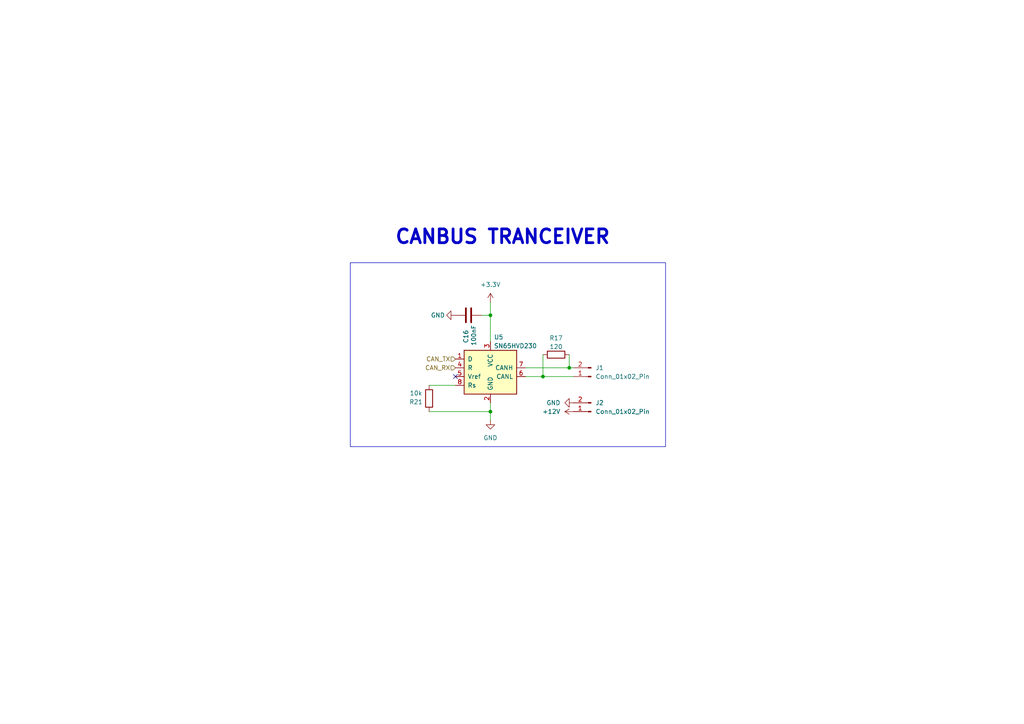
<source format=kicad_sch>
(kicad_sch (version 20231120) (generator "eeschema") (generator_version "8.0")
  (paper "A4")
  (lib_symbols
    (symbol "Connector:Conn_01x02_Pin" (pin_names (offset 1.016) hide)
      (property "Reference" "J" (at 0 2.54 0))
      (property "Value" "Conn_01x02_Pin" (at 0 -5.08 0))
      (symbol "Conn_01x02_Pin_1_1"
        (polyline (pts (xy 1.27 -2.54) (xy 0.8636 -2.54)) (stroke (width 0.1524)))
        (polyline (pts (xy 1.27 0) (xy 0.8636 0)) (stroke (width 0.1524)))
        (rectangle (start 0.8636 -2.413) (end 0 -2.667) (stroke (width 0.1524)) (fill (type outline)))
        (rectangle (start 0.8636 0.127) (end 0 -0.127) (stroke (width 0.1524)) (fill (type outline)))
        (pin passive line (at 5.08 0 180) (length 3.81) (name "Pin_1") (number "1"))
        (pin passive line (at 5.08 -2.54 180) (length 3.81) (name "Pin_2") (number "2"))
      )
    )
    (symbol "Device:C" (pin_numbers hide) (pin_names (offset 0.254))
      (property "Reference" "C" (at 0.635 2.54 0))
      (property "Value" "C" (at 0.635 -2.54 0))
      (symbol "C_0_1"
        (polyline (pts (xy -2.032 -0.762) (xy 2.032 -0.762)) (stroke (width 0.508)))
        (polyline (pts (xy -2.032 0.762) (xy 2.032 0.762)) (stroke (width 0.508)))
      )
      (symbol "C_1_1"
        (pin passive line (at 0 3.81 270) (length 2.794) (name "~") (number "1"))
        (pin passive line (at 0 -3.81 90) (length 2.794) (name "~") (number "2"))
      )
    )
    (symbol "Device:R" (pin_numbers hide) (pin_names (offset 0))
      (property "Reference" "R" (at 2.032 0 90))
      (property "Value" "R" (at 0 0 90))
      (symbol "R_0_1"
        (rectangle (start -1.016 -2.54) (end 1.016 2.54) (stroke (width 0.254)))
      )
      (symbol "R_1_1"
        (pin passive line (at 0 3.81 270) (length 1.27) (name "~") (number "1"))
        (pin passive line (at 0 -3.81 90) (length 1.27) (name "~") (number "2"))
      )
    )
    (symbol "Interface_CAN_LIN:SN65HVD230" (pin_names (offset 1.016))
      (property "Reference" "U" (at -2.54 10.16 0))
      (property "Value" "SN65HVD230" (at -2.54 7.62 0))
      (symbol "SN65HVD230_0_1"
        (rectangle (start -7.62 5.08) (end 7.62 -7.62) (stroke (width 0.254)) (fill (type background)))
      )
      (symbol "SN65HVD230_1_1"
        (pin input line (at -10.16 2.54 0) (length 2.54) (name "D") (number "1"))
        (pin power_in line (at 0 -10.16 90) (length 2.54) (name "GND") (number "2"))
        (pin power_in line (at 0 7.62 270) (length 2.54) (name "VCC") (number "3"))
        (pin output line (at -10.16 0 0) (length 2.54) (name "R") (number "4"))
        (pin output line (at -10.16 -2.54 0) (length 2.54) (name "Vref") (number "5"))
        (pin bidirectional line (at 10.16 -2.54 180) (length 2.54) (name "CANL") (number "6"))
        (pin bidirectional line (at 10.16 0 180) (length 2.54) (name "CANH") (number "7"))
        (pin input line (at -10.16 -5.08 0) (length 2.54) (name "Rs") (number "8"))
      )
    )
    (symbol "power:+12V" (power) (pin_numbers hide) (pin_names (offset 0) hide)
      (property "Value" "+12V" (at 0 3.556 0))
      (symbol "+12V_0_1"
        (polyline (pts (xy -0.762 1.27) (xy 0 2.54)))
        (polyline (pts (xy 0 0) (xy 0 2.54)))
        (polyline (pts (xy 0 2.54) (xy 0.762 1.27)))
      )
      (symbol "+12V_1_1"
        (pin power_in line (at 0 0 90) (length 0) (name "~") (number "1"))
      )
    )
    (symbol "power:+3.3V" (power) (pin_numbers hide) (pin_names (offset 0) hide)
      (property "Value" "+3.3V" (at 0 3.556 0))
      (symbol "+3.3V_0_1"
        (polyline (pts (xy -0.762 1.27) (xy 0 2.54)))
        (polyline (pts (xy 0 0) (xy 0 2.54)))
        (polyline (pts (xy 0 2.54) (xy 0.762 1.27)))
      )
      (symbol "+3.3V_1_1"
        (pin power_in line (at 0 0 90) (length 0) (name "~") (number "1"))
      )
    )
    (symbol "power:GND" (power) (pin_numbers hide) (pin_names (offset 0) hide)
      (property "Value" "GND" (at 0 -3.81 0))
      (symbol "GND_0_1"
        (polyline (pts (xy 0 0) (xy 0 -1.27) (xy 1.27 -1.27) (xy 0 -2.54) (xy -1.27 -1.27) (xy 0 -1.27)))
      )
      (symbol "GND_1_1"
        (pin power_in line (at 0 0 270) (length 0) (name "~") (number "1"))
      )
    )
  )
  (junction (at 157.48 109.22))
  (junction (at 165.1 106.68))
  (junction (at 142.24 91.44))
  (junction (at 142.24 119.38))
  (no_connect (at 132.08 109.22))
  (wire (pts (xy 139.7 91.44) (xy 142.24 91.44)))
  (wire (pts (xy 152.4 106.68) (xy 165.1 106.68)))
  (wire (pts (xy 165.1 106.68) (xy 166.37 106.68)))
  (wire (pts (xy 142.24 119.38) (xy 142.24 116.84)))
  (wire (pts (xy 152.4 109.22) (xy 157.48 109.22)))
  (wire (pts (xy 142.24 91.44) (xy 142.24 99.06)))
  (wire (pts (xy 165.1 102.87) (xy 165.1 106.68)))
  (wire (pts (xy 157.48 109.22) (xy 166.37 109.22)))
  (wire (pts (xy 142.24 121.92) (xy 142.24 119.38)))
  (wire (pts (xy 124.46 111.76) (xy 132.08 111.76)))
  (wire (pts (xy 142.24 87.63) (xy 142.24 91.44)))
  (wire (pts (xy 124.46 119.38) (xy 142.24 119.38)))
  (wire (pts (xy 157.48 102.87) (xy 157.48 109.22)))
  (rectangle (start 101.6 76.2) (end 193.04 129.54))
  (text "CANBUS TRANCEIVER\n" (at 145.796 68.834 0) (effects (font (size 4 4) (thickness 0.8) (bold yes))))
  (hierarchical_label "CAN_TX" (shape input) (at 132.08 104.14 180))
  (hierarchical_label "CAN_RX" (shape input) (at 132.08 106.68 180))
  (symbol (lib_id "Device:R") (at 124.46 115.57 180) (unit 1)
    (property "Reference" "R21" (at 120.65 116.586 0))
    (property "Value" "10k" (at 120.65 114.046 0))
    (property "Footprint" "Resistor_SMD:R_0603_1608Metric" (effects (hide yes)))
    (property "Description" "Resistor" (effects (hide yes)))
  )
  (symbol (lib_id "power:GND") (at 142.24 121.92 0) (unit 1)
    (property "Reference" "#PWR037" (effects (hide yes)))
    (property "Value" "GND" (at 142.24 127 0))
    (property "Description" "Power symbol creates a global label with name \"GND\" , ground" (effects (hide yes)))
  )
  (symbol (lib_id "Interface_CAN_LIN:SN65HVD230") (at 142.24 106.68 0) (unit 1)
    (property "Reference" "U5" (at 143.256 97.79 0) (effects (justify left)))
    (property "Value" "SN65HVD230" (at 143.256 100.33 0) (effects (justify left)))
    (property "Footprint" "Package_SO:SOIC-8_3.9x4.9mm_P1.27mm" (effects (hide yes)))
    (property "Datasheet" "http://www.ti.com/lit/ds/symlink/sn65hvd230.pdf" (effects (hide yes)))
    (property "Description" "CAN Bus Transceivers, 3.3V, 1Mbps, Low-Power capabilities, SOIC-8" (effects (hide yes)))
  )
  (symbol (lib_id "Connector:Conn_01x02_Pin") (at 171.45 109.22 180) (unit 1)
    (property "Reference" "J1" (at 172.72 106.6799 0) (effects (justify right)))
    (property "Value" "Conn_01x02_Pin" (at 172.72 109.2199 0) (effects (justify right)))
    (property "Footprint" "Connector_JST:JST_XH_B2B-XH-A_1x02_P2.50mm_Vertical" (effects (hide yes)))
    (property "Description" "Generic connector, single row, 01x02, script generated" (effects (hide yes)))
  )
  (symbol (lib_id "Connector:Conn_01x02_Pin") (at 171.45 119.38 180) (unit 1)
    (property "Reference" "J2" (at 172.72 116.8399 0) (effects (justify right)))
    (property "Value" "Conn_01x02_Pin" (at 172.72 119.3799 0) (effects (justify right)))
    (property "Footprint" "Connector_JST:JST_XH_B2B-XH-A_1x02_P2.50mm_Vertical" (effects (hide yes)))
    (property "Description" "Generic connector, single row, 01x02, script generated" (effects (hide yes)))
  )
  (symbol (lib_id "power:GND") (at 166.37 116.84 270) (unit 1)
    (property "Reference" "#PWR08" (effects (hide yes)))
    (property "Value" "GND" (at 162.56 116.8401 90) (effects (justify right)))
    (property "Description" "Power symbol creates a global label with name \"GND\" , ground" (effects (hide yes)))
  )
  (symbol (lib_id "power:GND") (at 132.08 91.44 270) (unit 1)
    (property "Reference" "#PWR03" (effects (hide yes)))
    (property "Value" "GND" (at 127 91.44 90))
    (property "Description" "Power symbol creates a global label with name \"GND\" , ground" (effects (hide yes)))
  )
  (symbol (lib_id "Device:R") (at 161.29 102.87 90) (unit 1)
    (property "Reference" "R17" (at 161.29 98.044 90))
    (property "Value" "120" (at 161.29 100.584 90))
    (property "Footprint" "Resistor_SMD:R_0603_1608Metric" (effects (hide yes)))
    (property "Description" "Resistor" (effects (hide yes)))
  )
  (symbol (lib_id "Device:C") (at 135.89 91.44 90) (unit 1)
    (property "Reference" "C16" (at 135.128 99.568 0) (effects (justify left)))
    (property "Value" "100nF" (at 137.414 100.33 0) (effects (justify left)))
    (property "Footprint" "Capacitor_SMD:C_0603_1608Metric" (effects (hide yes)))
    (property "Description" "Unpolarized capacitor" (effects (hide yes)))
  )
  (symbol (lib_id "power:+12V") (at 166.37 119.38 90) (unit 1)
    (property "Reference" "#PWR09" (effects (hide yes)))
    (property "Value" "+12V" (at 162.56 119.3801 90) (effects (justify left)))
    (property "Description" "Power symbol creates a global label with name \"+12V\"" (effects (hide yes)))
  )
  (symbol (lib_id "power:+3.3V") (at 142.24 87.63 0) (unit 1)
    (property "Reference" "#PWR038" (effects (hide yes)))
    (property "Value" "+3.3V" (at 142.24 82.55 0))
    (property "Description" "Power symbol creates a global label with name \"+3.3V\"" (effects (hide yes)))
  )
)
</source>
